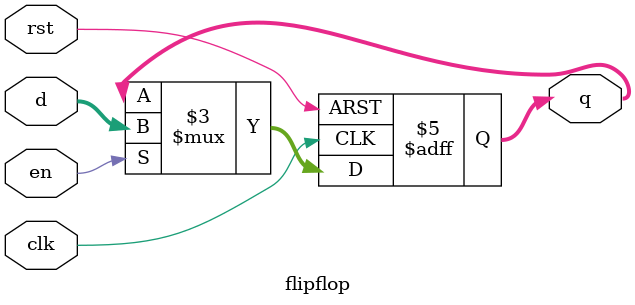
<source format=sv>
module flipflop(input logic clk, input logic rst, input logic [31:0] d, input logic en, output logic [31:0] q);
always_ff@(posedge clk,negedge rst) begin
        if (~rst) begin
            q <= 0;
        end else if (en) begin
            q <= d;
        end
    end
endmodule
</source>
